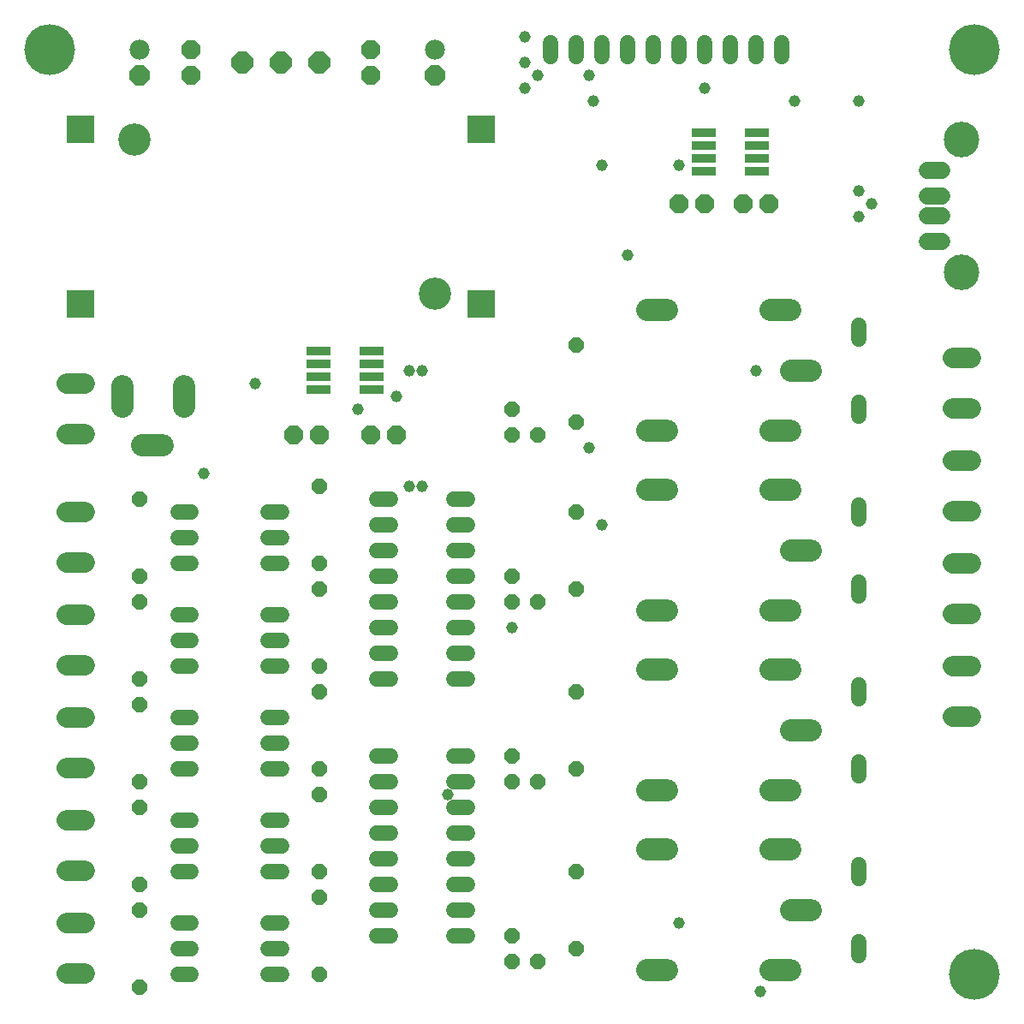
<source format=gbr>
G04 EAGLE Gerber X2 export*
%TF.Part,Single*%
%TF.FileFunction,Soldermask,Top,1*%
%TF.FilePolarity,Negative*%
%TF.GenerationSoftware,Autodesk,EAGLE,8.6.3*%
%TF.CreationDate,2019-03-08T18:09:36Z*%
G75*
%MOMM*%
%FSLAX34Y34*%
%LPD*%
%AMOC8*
5,1,8,0,0,1.08239X$1,22.5*%
G01*
%ADD10P,2.309387X8X22.500000*%
%ADD11P,2.144431X8X292.500000*%
%ADD12C,1.981200*%
%ADD13P,1.951982X8X292.500000*%
%ADD14P,1.951982X8X22.500000*%
%ADD15C,1.524000*%
%ADD16C,1.993900*%
%ADD17C,2.203200*%
%ADD18C,2.184400*%
%ADD19P,1.649562X8X292.500000*%
%ADD20R,2.703200X2.703200*%
%ADD21C,3.203200*%
%ADD22R,2.413000X0.812800*%
%ADD23C,1.661200*%
%ADD24C,3.519200*%
%ADD25C,1.159600*%
%ADD26C,5.029200*%


D10*
X274320Y939800D03*
X312420Y939800D03*
D11*
X426720Y927100D03*
D12*
X426720Y952500D03*
D13*
X363220Y952500D03*
X363220Y927100D03*
D11*
X134620Y927100D03*
D12*
X134620Y952500D03*
D13*
X185420Y952500D03*
X185420Y927100D03*
D14*
X668020Y800100D03*
X693420Y800100D03*
X731520Y800100D03*
X756920Y800100D03*
X287020Y571500D03*
X312420Y571500D03*
X363220Y571500D03*
X388620Y571500D03*
D15*
X845820Y70104D02*
X845820Y56896D01*
X845820Y133096D02*
X845820Y146304D01*
X845820Y234696D02*
X845820Y247904D01*
X845820Y310896D02*
X845820Y324104D01*
X845820Y412496D02*
X845820Y425704D01*
X845820Y488696D02*
X845820Y501904D01*
X845820Y590296D02*
X845820Y603504D01*
X845820Y666496D02*
X845820Y679704D01*
D10*
X236220Y939800D03*
D15*
X369316Y508000D02*
X382524Y508000D01*
X382524Y482600D02*
X369316Y482600D01*
X369316Y355600D02*
X382524Y355600D01*
X382524Y330200D02*
X369316Y330200D01*
X369316Y457200D02*
X382524Y457200D01*
X382524Y431800D02*
X369316Y431800D01*
X369316Y381000D02*
X382524Y381000D01*
X382524Y406400D02*
X369316Y406400D01*
X445516Y330200D02*
X458724Y330200D01*
X458724Y355600D02*
X445516Y355600D01*
X445516Y381000D02*
X458724Y381000D01*
X458724Y406400D02*
X445516Y406400D01*
X445516Y431800D02*
X458724Y431800D01*
X458724Y457200D02*
X445516Y457200D01*
X445516Y482600D02*
X458724Y482600D01*
X458724Y508000D02*
X445516Y508000D01*
X382524Y254000D02*
X369316Y254000D01*
X369316Y228600D02*
X382524Y228600D01*
X382524Y101600D02*
X369316Y101600D01*
X369316Y76200D02*
X382524Y76200D01*
X382524Y203200D02*
X369316Y203200D01*
X369316Y177800D02*
X382524Y177800D01*
X382524Y127000D02*
X369316Y127000D01*
X369316Y152400D02*
X382524Y152400D01*
X445516Y76200D02*
X458724Y76200D01*
X458724Y101600D02*
X445516Y101600D01*
X445516Y127000D02*
X458724Y127000D01*
X458724Y152400D02*
X445516Y152400D01*
X445516Y177800D02*
X458724Y177800D01*
X458724Y203200D02*
X445516Y203200D01*
X445516Y228600D02*
X458724Y228600D01*
X458724Y254000D02*
X445516Y254000D01*
D16*
X80074Y38500D02*
X62167Y38500D01*
X62167Y88500D02*
X80074Y88500D01*
X80074Y140100D02*
X62167Y140100D01*
X62167Y190100D02*
X80074Y190100D01*
X80074Y241700D02*
X62167Y241700D01*
X62167Y291700D02*
X80074Y291700D01*
X80074Y343300D02*
X62167Y343300D01*
X62167Y393300D02*
X80074Y393300D01*
X80074Y444900D02*
X62167Y444900D01*
X62167Y494900D02*
X80074Y494900D01*
D17*
X178320Y599600D02*
X178320Y619600D01*
X117320Y619600D02*
X117320Y599600D01*
X137320Y561600D02*
X157320Y561600D01*
D18*
X778764Y101600D02*
X798576Y101600D01*
X778256Y161290D02*
X758444Y161290D01*
X758444Y41910D02*
X778256Y41910D01*
X656336Y41910D02*
X636524Y41910D01*
X636524Y161290D02*
X656336Y161290D01*
X778764Y279400D02*
X798576Y279400D01*
X778256Y339090D02*
X758444Y339090D01*
X758444Y219710D02*
X778256Y219710D01*
X656336Y219710D02*
X636524Y219710D01*
X636524Y339090D02*
X656336Y339090D01*
X778764Y457200D02*
X798576Y457200D01*
X778256Y516890D02*
X758444Y516890D01*
X758444Y397510D02*
X778256Y397510D01*
X656336Y397510D02*
X636524Y397510D01*
X636524Y516890D02*
X656336Y516890D01*
X778764Y635000D02*
X798576Y635000D01*
X778256Y694690D02*
X758444Y694690D01*
X758444Y575310D02*
X778256Y575310D01*
X656336Y575310D02*
X636524Y575310D01*
X636524Y694690D02*
X656336Y694690D01*
D15*
X185420Y190500D02*
X172212Y190500D01*
X172212Y165100D02*
X185420Y165100D01*
X261620Y165100D02*
X274828Y165100D01*
X274828Y190500D02*
X261620Y190500D01*
X185420Y139700D02*
X172212Y139700D01*
X261620Y139700D02*
X274828Y139700D01*
X185420Y292100D02*
X172212Y292100D01*
X172212Y266700D02*
X185420Y266700D01*
X261620Y266700D02*
X274828Y266700D01*
X274828Y292100D02*
X261620Y292100D01*
X185420Y241300D02*
X172212Y241300D01*
X261620Y241300D02*
X274828Y241300D01*
X185420Y393700D02*
X172212Y393700D01*
X172212Y368300D02*
X185420Y368300D01*
X261620Y368300D02*
X274828Y368300D01*
X274828Y393700D02*
X261620Y393700D01*
X185420Y342900D02*
X172212Y342900D01*
X261620Y342900D02*
X274828Y342900D01*
X185420Y88900D02*
X172212Y88900D01*
X172212Y63500D02*
X185420Y63500D01*
X261620Y63500D02*
X274828Y63500D01*
X274828Y88900D02*
X261620Y88900D01*
X185420Y38100D02*
X172212Y38100D01*
X261620Y38100D02*
X274828Y38100D01*
X185420Y495300D02*
X172212Y495300D01*
X172212Y469900D02*
X185420Y469900D01*
X261620Y469900D02*
X274828Y469900D01*
X274828Y495300D02*
X261620Y495300D01*
X185420Y444500D02*
X172212Y444500D01*
X261620Y444500D02*
X274828Y444500D01*
D16*
X80074Y571900D02*
X62167Y571900D01*
X62167Y621900D02*
X80074Y621900D01*
D19*
X566420Y660400D03*
X566420Y584200D03*
X566420Y317500D03*
X566420Y241300D03*
X566420Y495300D03*
X566420Y419100D03*
X134620Y101600D03*
X134620Y25400D03*
X312420Y114300D03*
X312420Y38100D03*
X312420Y419100D03*
X312420Y342900D03*
X134620Y508000D03*
X134620Y431800D03*
X312420Y520700D03*
X312420Y444500D03*
X566420Y139700D03*
X566420Y63500D03*
X134620Y203200D03*
X134620Y127000D03*
X312420Y215900D03*
X312420Y139700D03*
X134620Y304800D03*
X134620Y228600D03*
X312420Y317500D03*
X312420Y241300D03*
X134620Y406400D03*
X134620Y330200D03*
D16*
X938467Y292500D02*
X956374Y292500D01*
X956374Y342500D02*
X938467Y342500D01*
X938467Y495700D02*
X956374Y495700D01*
X956374Y545700D02*
X938467Y545700D01*
X938467Y597300D02*
X956374Y597300D01*
X956374Y647300D02*
X938467Y647300D01*
X938467Y394100D02*
X956374Y394100D01*
X956374Y444100D02*
X938467Y444100D01*
D15*
X769620Y945896D02*
X769620Y959104D01*
X744220Y959104D02*
X744220Y945896D01*
X718820Y945896D02*
X718820Y959104D01*
X693420Y959104D02*
X693420Y945896D01*
X668020Y945896D02*
X668020Y959104D01*
X642620Y959104D02*
X642620Y945896D01*
X617220Y945896D02*
X617220Y959104D01*
X591820Y959104D02*
X591820Y945896D01*
X566420Y945896D02*
X566420Y959104D01*
X541020Y959104D02*
X541020Y945896D01*
D19*
X502920Y76200D03*
X502920Y50800D03*
X528320Y50800D03*
X502920Y254000D03*
X502920Y228600D03*
X528320Y228600D03*
X502920Y431800D03*
X502920Y406400D03*
X528320Y406400D03*
X502920Y596900D03*
X502920Y571500D03*
X528320Y571500D03*
D20*
X76200Y873760D03*
X76200Y701040D03*
X472440Y701040D03*
X472440Y873760D03*
D21*
X129540Y863600D03*
X426720Y711200D03*
D22*
X692658Y869950D03*
X692658Y857250D03*
X692658Y844550D03*
X692658Y831850D03*
X744982Y831850D03*
X744982Y844550D03*
X744982Y857250D03*
X744982Y869950D03*
X311658Y654050D03*
X311658Y641350D03*
X311658Y628650D03*
X311658Y615950D03*
X363982Y615950D03*
X363982Y628650D03*
X363982Y641350D03*
X363982Y654050D03*
D23*
X913030Y787900D02*
X927610Y787900D01*
X927610Y807900D02*
X913030Y807900D01*
X913030Y762900D02*
X927610Y762900D01*
X927610Y832900D02*
X913030Y832900D01*
D24*
X947420Y732200D03*
X947420Y863600D03*
D25*
X748665Y20955D03*
X198120Y533400D03*
X617220Y749300D03*
X591820Y838200D03*
X528320Y927100D03*
X579120Y558800D03*
X744220Y635000D03*
X439420Y215900D03*
X591820Y482600D03*
X668020Y838200D03*
X845820Y787400D03*
X350520Y596900D03*
X515620Y914400D03*
X515620Y939800D03*
X515620Y965200D03*
X502920Y381000D03*
X248920Y622300D03*
X668020Y88900D03*
X858520Y800100D03*
X845820Y901700D03*
X782320Y901700D03*
X401320Y520700D03*
X401320Y635000D03*
X579120Y927100D03*
X414020Y520700D03*
X414020Y635000D03*
X582974Y901248D03*
X693420Y914400D03*
X388620Y609600D03*
X845820Y812800D03*
D26*
X960120Y952500D03*
X960120Y38100D03*
X45720Y952500D03*
M02*

</source>
